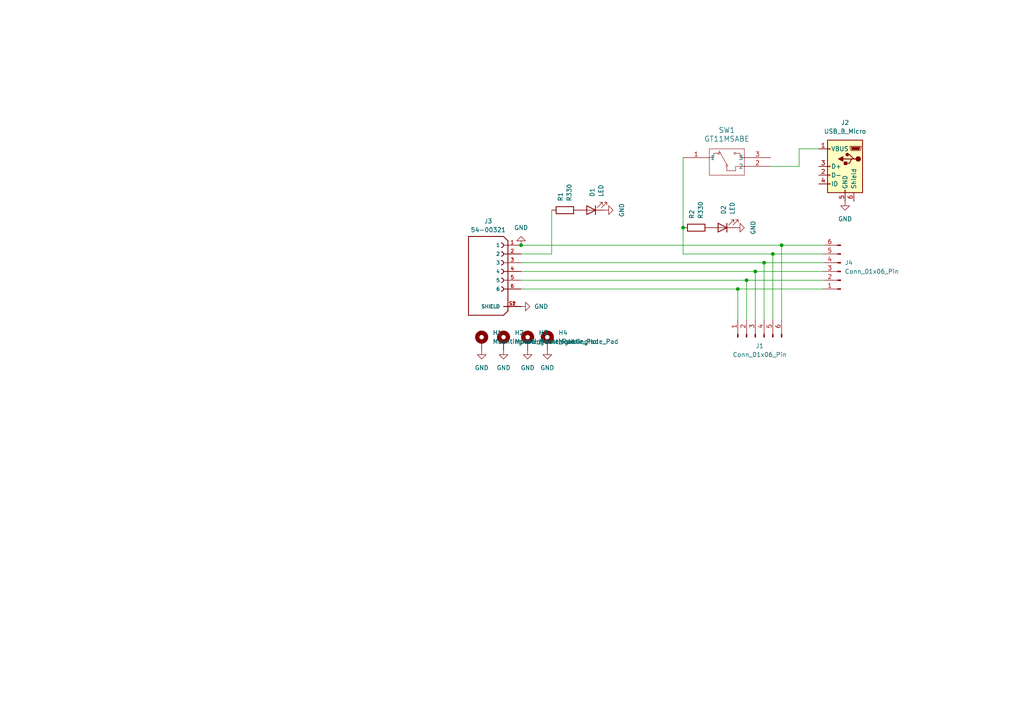
<source format=kicad_sch>
(kicad_sch (version 20230121) (generator eeschema)
  (paper "A4")
  (lib_symbols
    (symbol "54-00321:54-00321" (pin_names (offset 1.016))
      (property "Reference" "J" (at -5.08 10.922 0))
      (property "Value" "54-00321" (at -5.08 -15.24 0))
      (symbol "54-00321_0_0"
        (polyline (pts (xy -5.08 -12.7) (xy -5.08 10.16)) (stroke (width 0.254)))
        (polyline (pts (xy -5.08 10.16) (xy 5.08 10.16)) (stroke (width 0.254)))
        (polyline (pts (xy 5.08 -12.7) (xy -5.08 -12.7)) (stroke (width 0.254)))
        (polyline (pts (xy 6.35 -11.43) (xy 5.08 -12.7)) (stroke (width 0.254)))
        (polyline (pts (xy 6.35 8.89) (xy 5.08 10.16)) (stroke (width 0.254)))
        (polyline (pts (xy 6.35 8.89) (xy 6.35 -11.43)) (stroke (width 0.254)))
        (arc (start 4.445 -5.715) (mid 4.894 -5.529) (end 5.08 -5.08) (stroke (width 0.254)))
        (arc (start 4.445 -3.175) (mid 4.894 -2.989) (end 5.08 -2.54) (stroke (width 0.254)))
        (arc (start 4.445 -0.635) (mid 4.894 -0.449) (end 5.08 0) (stroke (width 0.254)))
        (arc (start 4.445 1.905) (mid 4.894 2.091) (end 5.08 2.54) (stroke (width 0.254)))
        (arc (start 4.445 4.445) (mid 4.894 4.631) (end 5.08 5.08) (stroke (width 0.254)))
        (arc (start 4.445 6.985) (mid 4.894 7.171) (end 5.08 7.62) (stroke (width 0.254)))
        (arc (start 5.08 -5.08) (mid 4.894 -4.631) (end 4.445 -4.445) (stroke (width 0.254)))
        (arc (start 5.08 -2.54) (mid 4.894 -2.091) (end 4.445 -1.905) (stroke (width 0.254)))
        (arc (start 5.08 0) (mid 4.894 0.449) (end 4.445 0.635) (stroke (width 0.254)))
        (arc (start 5.08 2.54) (mid 4.894 2.989) (end 4.445 3.175) (stroke (width 0.254)))
        (arc (start 5.08 5.08) (mid 4.894 5.529) (end 4.445 5.715) (stroke (width 0.254)))
        (arc (start 5.08 7.62) (mid 4.894 8.069) (end 4.445 8.255) (stroke (width 0.254)))
        (pin passive line (at 10.16 7.62 180) (length 5.08) (name "1") (number "1"))
        (pin passive line (at 10.16 5.08 180) (length 5.08) (name "2") (number "2"))
        (pin passive line (at 10.16 2.54 180) (length 5.08) (name "3") (number "3"))
        (pin passive line (at 10.16 0 180) (length 5.08) (name "4") (number "4"))
        (pin passive line (at 10.16 -2.54 180) (length 5.08) (name "5") (number "5"))
        (pin passive line (at 10.16 -5.08 180) (length 5.08) (name "6") (number "6"))
        (pin passive line (at 10.16 -10.16 180) (length 5.08) (name "SHIELD") (number "S1"))
        (pin passive line (at 10.16 -10.16 180) (length 5.08) (name "SHIELD") (number "S2"))
      )
    )
    (symbol "Connector:Conn_01x06_Pin" (pin_names (offset 1.016) hide)
      (property "Reference" "J" (at 0 7.62 0))
      (property "Value" "Conn_01x06_Pin" (at 0 -10.16 0))
      (symbol "Conn_01x06_Pin_1_1"
        (polyline (pts (xy 1.27 -7.62) (xy 0.8636 -7.62)) (stroke (width 0.1524)))
        (polyline (pts (xy 1.27 -5.08) (xy 0.8636 -5.08)) (stroke (width 0.1524)))
        (polyline (pts (xy 1.27 -2.54) (xy 0.8636 -2.54)) (stroke (width 0.1524)))
        (polyline (pts (xy 1.27 0) (xy 0.8636 0)) (stroke (width 0.1524)))
        (polyline (pts (xy 1.27 2.54) (xy 0.8636 2.54)) (stroke (width 0.1524)))
        (polyline (pts (xy 1.27 5.08) (xy 0.8636 5.08)) (stroke (width 0.1524)))
        (rectangle (start 0.8636 -7.493) (end 0 -7.747) (stroke (width 0.1524)) (fill (type outline)))
        (rectangle (start 0.8636 -4.953) (end 0 -5.207) (stroke (width 0.1524)) (fill (type outline)))
        (rectangle (start 0.8636 -2.413) (end 0 -2.667) (stroke (width 0.1524)) (fill (type outline)))
        (rectangle (start 0.8636 0.127) (end 0 -0.127) (stroke (width 0.1524)) (fill (type outline)))
        (rectangle (start 0.8636 2.667) (end 0 2.413) (stroke (width 0.1524)) (fill (type outline)))
        (rectangle (start 0.8636 5.207) (end 0 4.953) (stroke (width 0.1524)) (fill (type outline)))
        (pin passive line (at 5.08 5.08 180) (length 3.81) (name "Pin_1") (number "1"))
        (pin passive line (at 5.08 2.54 180) (length 3.81) (name "Pin_2") (number "2"))
        (pin passive line (at 5.08 0 180) (length 3.81) (name "Pin_3") (number "3"))
        (pin passive line (at 5.08 -2.54 180) (length 3.81) (name "Pin_4") (number "4"))
        (pin passive line (at 5.08 -5.08 180) (length 3.81) (name "Pin_5") (number "5"))
        (pin passive line (at 5.08 -7.62 180) (length 3.81) (name "Pin_6") (number "6"))
      )
    )
    (symbol "Connector:USB_B_Micro" (pin_names (offset 1.016))
      (property "Reference" "J" (at -5.08 11.43 0))
      (property "Value" "USB_B_Micro" (at -5.08 8.89 0))
      (symbol "USB_B_Micro_0_1"
        (rectangle (start -5.08 -7.62) (end 5.08 7.62) (stroke (width 0.254)) (fill (type background)))
        (circle (center -3.81 2.159) (radius 0.635) (stroke (width 0.254)) (fill (type outline)))
        (circle (center -0.635 3.429) (radius 0.381) (stroke (width 0.254)) (fill (type outline)))
        (rectangle (start -0.127 -7.62) (end 0.127 -6.858))
        (polyline (pts (xy -1.905 2.159) (xy 0.635 2.159)) (stroke (width 0.254)))
        (polyline (pts (xy -3.175 2.159) (xy -2.54 2.159) (xy -1.27 3.429) (xy -0.635 3.429)) (stroke (width 0.254)))
        (polyline (pts (xy -2.54 2.159) (xy -1.905 2.159) (xy -1.27 0.889) (xy 0 0.889)) (stroke (width 0.254)))
        (polyline (pts (xy 0.635 2.794) (xy 0.635 1.524) (xy 1.905 2.159) (xy 0.635 2.794)) (stroke (width 0.254)) (fill (type outline)))
        (polyline (pts (xy -4.318 5.588) (xy -1.778 5.588) (xy -2.032 4.826) (xy -4.064 4.826) (xy -4.318 5.588)) (fill (type outline)))
        (polyline (pts (xy -4.699 5.842) (xy -4.699 5.588) (xy -4.445 4.826) (xy -4.445 4.572) (xy -1.651 4.572) (xy -1.651 4.826) (xy -1.397 5.588) (xy -1.397 5.842) (xy -4.699 5.842)))
        (rectangle (start 0.254 1.27) (end -0.508 0.508) (stroke (width 0.254)) (fill (type outline)))
        (rectangle (start 5.08 -5.207) (end 4.318 -4.953))
        (rectangle (start 5.08 -2.667) (end 4.318 -2.413))
        (rectangle (start 5.08 -0.127) (end 4.318 0.127))
        (rectangle (start 5.08 4.953) (end 4.318 5.207))
      )
      (symbol "USB_B_Micro_1_1"
        (pin power_out line (at 7.62 5.08 180) (length 2.54) (name "VBUS") (number "1"))
        (pin bidirectional line (at 7.62 -2.54 180) (length 2.54) (name "D-") (number "2"))
        (pin bidirectional line (at 7.62 0 180) (length 2.54) (name "D+") (number "3"))
        (pin passive line (at 7.62 -5.08 180) (length 2.54) (name "ID") (number "4"))
        (pin power_out line (at 0 -10.16 90) (length 2.54) (name "GND") (number "5"))
        (pin passive line (at -2.54 -10.16 90) (length 2.54) (name "Shield") (number "6"))
      )
    )
    (symbol "Device:LED" (pin_numbers hide) (pin_names (offset 1.016) hide)
      (property "Reference" "D" (at 0 2.54 0))
      (property "Value" "LED" (at 0 -2.54 0))
      (symbol "LED_0_1"
        (polyline (pts (xy -1.27 -1.27) (xy -1.27 1.27)) (stroke (width 0.254)))
        (polyline (pts (xy -1.27 0) (xy 1.27 0)))
        (polyline (pts (xy 1.27 -1.27) (xy 1.27 1.27) (xy -1.27 0) (xy 1.27 -1.27)) (stroke (width 0.254)))
        (polyline (pts (xy -3.048 -0.762) (xy -4.572 -2.286) (xy -3.81 -2.286) (xy -4.572 -2.286) (xy -4.572 -1.524)))
        (polyline (pts (xy -1.778 -0.762) (xy -3.302 -2.286) (xy -2.54 -2.286) (xy -3.302 -2.286) (xy -3.302 -1.524)))
      )
      (symbol "LED_1_1"
        (pin passive line (at -3.81 0 0) (length 2.54) (name "K") (number "1"))
        (pin passive line (at 3.81 0 180) (length 2.54) (name "A") (number "2"))
      )
    )
    (symbol "Device:R" (pin_numbers hide) (pin_names (offset 0))
      (property "Reference" "R" (at 2.032 0 90))
      (property "Value" "R" (at 0 0 90))
      (symbol "R_0_1"
        (rectangle (start -1.016 -2.54) (end 1.016 2.54) (stroke (width 0.254)))
      )
      (symbol "R_1_1"
        (pin passive line (at 0 3.81 270) (length 1.27) (name "~") (number "1"))
        (pin passive line (at 0 -3.81 90) (length 1.27) (name "~") (number "2"))
      )
    )
    (symbol "Mechanical:MountingHole_Pad" (pin_numbers hide) (pin_names (offset 1.016) hide)
      (property "Reference" "H" (at 0 6.35 0))
      (property "Value" "MountingHole_Pad" (at 0 4.445 0))
      (symbol "MountingHole_Pad_0_1"
        (circle (center 0 1.27) (radius 1.27) (stroke (width 1.27)))
      )
      (symbol "MountingHole_Pad_1_1"
        (pin input line (at 0 -2.54 90) (length 2.54) (name "1") (number "1"))
      )
    )
    (symbol "SwitchSurfaceMount:GT11MSABE" (pin_names (offset 0.254))
      (property "Reference" "SW" (at 12.7 7.62 0))
      (property "Value" "GT11MSABE" (at 12.7 5.08 0))
      (symbol "GT11MSABE_0_1"
        (polyline (pts (xy 7.62 -5.08) (xy 17.78 -5.08)) (stroke (width 0.127)))
        (polyline (pts (xy 7.62 0) (xy 8.89 0)) (stroke (width 0.127)))
        (polyline (pts (xy 7.62 2.54) (xy 7.62 -5.08)) (stroke (width 0.127)))
        (polyline (pts (xy 8.89 0) (xy 8.89 1.27)) (stroke (width 0.127)))
        (polyline (pts (xy 8.89 1.27) (xy 10.16 1.27)) (stroke (width 0.127)))
        (polyline (pts (xy 12.7 -3.81) (xy 12.7 -2.54)) (stroke (width 0.127)))
        (polyline (pts (xy 12.7 -2.032) (xy 10.414 2.032)) (stroke (width 0.127)))
        (polyline (pts (xy 15.24 -3.81) (xy 12.7 -3.81)) (stroke (width 0.127)))
        (polyline (pts (xy 15.24 -2.54) (xy 15.24 -3.81)) (stroke (width 0.127)))
        (polyline (pts (xy 15.24 1.27) (xy 16.51 1.27)) (stroke (width 0.127)))
        (polyline (pts (xy 16.51 0) (xy 17.78 0)) (stroke (width 0.127)))
        (polyline (pts (xy 16.51 1.27) (xy 16.51 0)) (stroke (width 0.127)))
        (polyline (pts (xy 17.78 -5.08) (xy 17.78 2.54)) (stroke (width 0.127)))
        (polyline (pts (xy 17.78 -2.54) (xy 15.24 -2.54)) (stroke (width 0.127)))
        (polyline (pts (xy 17.78 2.54) (xy 7.62 2.54)) (stroke (width 0.127)))
        (circle (center 10.414 1.27) (radius 0.254) (stroke (width 0.127)))
        (circle (center 12.7 -2.286) (radius 0.254) (stroke (width 0.127)))
        (circle (center 14.986 1.27) (radius 0.254) (stroke (width 0.127)))
        (pin unspecified line (at 0 0 0) (length 7.62) (name "1") (number "1"))
        (pin unspecified line (at 25.4 -2.54 180) (length 7.62) (name "2") (number "2"))
        (pin unspecified line (at 25.4 0 180) (length 7.62) (name "3") (number "3"))
      )
    )
    (symbol "power:GND" (power) (pin_names (offset 0))
      (property "Value" "GND" (at 0 -3.81 0))
      (symbol "GND_0_1"
        (polyline (pts (xy 0 0) (xy 0 -1.27) (xy 1.27 -1.27) (xy 0 -2.54) (xy -1.27 -1.27) (xy 0 -1.27)))
      )
      (symbol "GND_1_1"
        (pin power_in line (at 0 0 270) (length 0) hide (name "GND") (number "1"))
      )
    )
  )
  (junction (at 226.695 71.12))
  (junction (at 213.995 83.82))
  (junction (at 224.155 73.66))
  (junction (at 216.535 81.28))
  (junction (at 219.075 78.74))
  (junction (at 151.13 71.12))
  (junction (at 221.615 76.2))
  (junction (at 198.12 66.04))
  (wire (pts (xy 198.12 73.66) (xy 198.12 66.04)))
  (wire (pts (xy 226.695 71.12) (xy 238.76 71.12)))
  (wire (pts (xy 219.075 78.74) (xy 238.76 78.74)))
  (wire (pts (xy 213.995 83.82) (xy 238.76 83.82)))
  (wire (pts (xy 226.695 71.12) (xy 226.695 92.71)))
  (wire (pts (xy 151.13 76.2) (xy 221.615 76.2)))
  (wire (pts (xy 151.13 78.74) (xy 219.075 78.74)))
  (wire (pts (xy 219.075 78.74) (xy 219.075 92.71)))
  (wire (pts (xy 216.535 81.28) (xy 216.535 92.71)))
  (wire (pts (xy 151.13 81.28) (xy 216.535 81.28)))
  (wire (pts (xy 198.12 66.04) (xy 198.12 45.72)))
  (wire (pts (xy 221.615 76.2) (xy 221.615 92.71)))
  (wire (pts (xy 151.13 73.66) (xy 160.02 73.66)))
  (wire (pts (xy 151.13 71.12) (xy 226.695 71.12)))
  (wire (pts (xy 216.535 81.28) (xy 238.76 81.28)))
  (wire (pts (xy 160.02 60.96) (xy 160.02 73.66)))
  (wire (pts (xy 224.155 73.66) (xy 198.12 73.66)))
  (wire (pts (xy 213.995 83.82) (xy 213.995 92.71)))
  (wire (pts (xy 231.775 43.18) (xy 231.775 48.26)))
  (wire (pts (xy 237.49 43.18) (xy 231.775 43.18)))
  (wire (pts (xy 221.615 76.2) (xy 238.76 76.2)))
  (wire (pts (xy 151.13 83.82) (xy 213.995 83.82)))
  (wire (pts (xy 224.155 73.66) (xy 224.155 92.71)))
  (wire (pts (xy 238.76 73.66) (xy 224.155 73.66)))
  (wire (pts (xy 231.775 48.26) (xy 223.52 48.26)))
  (symbol (lib_id "Connector:Conn_01x06_Pin") (at 243.84 78.74 180) (unit 1)
    (property "Reference" "J4" (at 244.983 76.2 0) (effects (justify right)))
    (property "Value" "Conn_01x06_Pin" (at 244.983 78.74 0) (effects (justify right)))
    (property "Footprint" "Connector_Wire:SolderWire-1sqmm_1x06_P5.4mm_D1.4mm_OD2.7mm" (effects hide))
  )
  (symbol (lib_id "54-00321:54-00321") (at 140.97 78.74 0) (unit 1)
    (property "Reference" "J3" (at 141.605 64.135 0))
    (property "Value" "54-00321" (at 141.605 66.675 0))
    (property "Footprint" "54-00321:TENSILITY_54-00321" (effects hide))
    (property "MF" "Tensility International Corp" (effects hide))
    (property "MAXIMUM_PACKAGE_HEIGHT" "13.45 mm" (effects hide))
    (property "Package" "None" (effects hide))
    (property "Price" "None" (effects hide))
    (property "Check_prices" "https://www.snapeda.com/parts/54-00321/Tensility+International+Corp/view-part/?ref=eda" (effects hide))
    (property "STANDARD" "Manufacturer Recommendations" (effects hide))
    (property "PARTREV" "A" (effects hide))
    (property "SnapEDA_Link" "https://www.snapeda.com/parts/54-00321/Tensility+International+Corp/view-part/?ref=snap" (effects hide))
    (property "MP" "54-00321" (effects hide))
    (property "Purchase-URL" "https://www.snapeda.com/api/url_track_click_mouser/?unipart_id=13845200&manufacturer=Tensility International Corp&part_name=54-00321&search_term=m8 6 pin" (effects hide))
    (property "Description" "\nConnector, 6 pin M8 A-code socket, 8x20.6 mm, gold plated, PCB mount, 90 degrees, IP67\n" (effects hide))
    (property "Availability" "In Stock" (effects hide))
    (property "MANUFACTURER" "Tensility" (effects hide))
  )
  (symbol (lib_id "Device:R") (at 163.83 60.96 90) (unit 1)
    (property "Reference" "R1" (at 162.56 58.42 0) (effects (justify left)))
    (property "Value" "R330" (at 165.1 58.42 0) (effects (justify left)))
    (property "Footprint" "Resistor_SMD:R_0805_2012Metric" (effects hide))
  )
  (symbol (lib_id "power:GND") (at 245.11 58.42 0) (mirror y) (unit 1)
    (property "Reference" "#PWR02" (effects hide))
    (property "Value" "GND" (at 245.11 63.5 0))
  )
  (symbol (lib_id "Mechanical:MountingHole_Pad") (at 153.035 99.06 0) (unit 1)
    (property "Reference" "H3" (at 156.21 96.52 0) (effects (justify left)))
    (property "Value" "MountingHole_Pad" (at 156.21 99.06 0) (effects (justify left)))
    (property "Footprint" "MountingHole:MountingHole_3.2mm_M3_ISO14580_Pad" (effects hide))
  )
  (symbol (lib_id "Device:LED") (at 209.55 66.04 180) (unit 1)
    (property "Reference" "D2" (at 209.8675 62.23 90) (effects (justify right)))
    (property "Value" "LED" (at 212.4075 62.23 90) (effects (justify right)))
    (property "Footprint" "LED_SMD:LED_0805_2012Metric" (effects hide))
  )
  (symbol (lib_id "Mechanical:MountingHole_Pad") (at 158.75 99.06 0) (unit 1)
    (property "Reference" "H4" (at 161.925 96.52 0) (effects (justify left)))
    (property "Value" "MountingHole_Pad" (at 161.925 99.06 0) (effects (justify left)))
    (property "Footprint" "MountingHole:MountingHole_3.2mm_M3_ISO14580_Pad" (effects hide))
  )
  (symbol (lib_id "Connector:USB_B_Micro") (at 245.11 48.26 0) (mirror y) (unit 1)
    (property "Reference" "J2" (at 245.11 35.56 0))
    (property "Value" "USB_B_Micro" (at 245.11 38.1 0))
    (property "Footprint" "Connector_USB:USB_Micro-B_Amphenol_10118194_Horizontal" (effects hide))
  )
  (symbol (lib_id "power:GND") (at 213.36 66.04 90) (unit 1)
    (property "Reference" "#PWR04" (effects hide))
    (property "Value" "GND" (at 218.44 66.04 0))
  )
  (symbol (lib_id "power:GND") (at 139.7 101.6 0) (unit 1)
    (property "Reference" "#PWR07" (effects hide))
    (property "Value" "GND" (at 139.7 106.68 0))
  )
  (symbol (lib_id "Connector:Conn_01x06_Pin") (at 219.075 97.79 90) (unit 1)
    (property "Reference" "J1" (at 220.345 100.33 90))
    (property "Value" "Conn_01x06_Pin" (at 220.345 102.87 90))
    (property "Footprint" "Connector_Molex:Molex_CLIK-Mate_502386-0670_1x06-1MP_P1.25mm_Horizontal" (effects hide))
  )
  (symbol (lib_id "Device:R") (at 201.93 66.04 90) (unit 1)
    (property "Reference" "R2" (at 200.66 63.5 0) (effects (justify left)))
    (property "Value" "R330" (at 203.2 63.5 0) (effects (justify left)))
    (property "Footprint" "Resistor_SMD:R_0805_2012Metric" (effects hide))
  )
  (symbol (lib_id "power:GND") (at 151.13 88.9 90) (unit 1)
    (property "Reference" "#PWR06" (effects hide))
    (property "Value" "GND" (at 154.94 88.9 90) (effects (justify right)))
  )
  (symbol (lib_id "power:GND") (at 158.75 101.6 0) (unit 1)
    (property "Reference" "#PWR010" (effects hide))
    (property "Value" "GND" (at 158.75 106.68 0))
  )
  (symbol (lib_id "Mechanical:MountingHole_Pad") (at 146.05 99.06 0) (unit 1)
    (property "Reference" "H2" (at 149.225 96.52 0) (effects (justify left)))
    (property "Value" "MountingHole_Pad" (at 149.225 99.06 0) (effects (justify left)))
    (property "Footprint" "MountingHole:MountingHole_3.2mm_M3_ISO14580_Pad" (effects hide))
  )
  (symbol (lib_id "Device:LED") (at 171.45 60.96 180) (unit 1)
    (property "Reference" "D1" (at 171.7675 57.15 90) (effects (justify right)))
    (property "Value" "LED" (at 174.3075 57.15 90) (effects (justify right)))
    (property "Footprint" "LED_SMD:LED_0805_2012Metric" (effects hide))
  )
  (symbol (lib_id "Mechanical:MountingHole_Pad") (at 139.7 99.06 0) (unit 1)
    (property "Reference" "H1" (at 142.875 96.52 0) (effects (justify left)))
    (property "Value" "MountingHole_Pad" (at 142.875 99.06 0) (effects (justify left)))
    (property "Footprint" "MountingHole:MountingHole_3.2mm_M3_ISO14580_Pad" (effects hide))
  )
  (symbol (lib_id "power:GND") (at 151.13 71.12 180) (unit 1)
    (property "Reference" "#PWR05" (effects hide))
    (property "Value" "GND" (at 151.13 66.04 0))
  )
  (symbol (lib_id "power:GND") (at 146.05 101.6 0) (unit 1)
    (property "Reference" "#PWR08" (effects hide))
    (property "Value" "GND" (at 146.05 106.68 0))
  )
  (symbol (lib_id "SwitchSurfaceMount:GT11MSABE") (at 198.12 45.72 0) (unit 1)
    (property "Reference" "SW1" (at 210.82 37.7444 0) (effects (font (size 1.524 1.524))))
    (property "Value" "GT11MSABE" (at 210.82 40.2844 0) (effects (font (size 1.524 1.524))))
    (property "Footprint" "SwitchSurfaceMount:GT11MSABE_CNK" (effects hide))
    (property "Datasheet" "GT11MSABE" (effects hide))
  )
  (symbol (lib_id "power:GND") (at 175.26 60.96 90) (unit 1)
    (property "Reference" "#PWR03" (effects hide))
    (property "Value" "GND" (at 180.34 60.96 0))
  )
  (symbol (lib_id "power:GND") (at 153.035 101.6 0) (unit 1)
    (property "Reference" "#PWR09" (effects hide))
    (property "Value" "GND" (at 153.035 106.68 0))
  )
)
</source>
